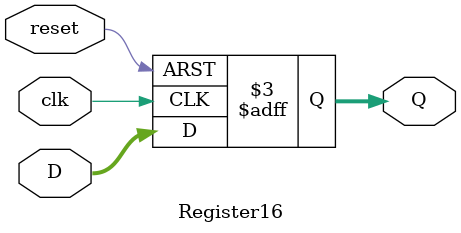
<source format=v>

module Register16 (
    input wire [15:0] D,
    input wire clk,
    input wire reset,
    output reg [15:0] Q
);

always @(posedge clk, posedge reset) begin
    if(reset == 1'b0)
        Q <= D;
    else 
        Q <= 16'b0000_0000_0000_0000;
end
    
endmodule
</source>
